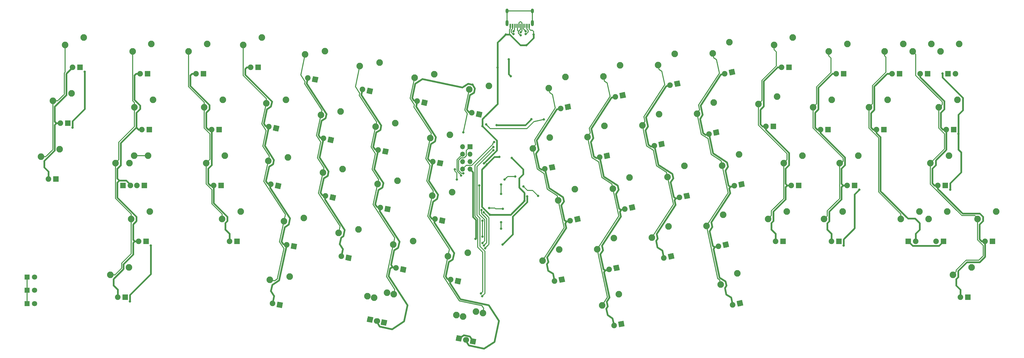
<source format=gbr>
G04 #@! TF.GenerationSoftware,KiCad,Pcbnew,(5.1.4)-1*
G04 #@! TF.CreationDate,2020-08-25T23:17:58+08:00*
G04 #@! TF.ProjectId,Cordillera,436f7264-696c-46c6-9572-612e6b696361,rev?*
G04 #@! TF.SameCoordinates,Original*
G04 #@! TF.FileFunction,Copper,L1,Top*
G04 #@! TF.FilePolarity,Positive*
%FSLAX46Y46*%
G04 Gerber Fmt 4.6, Leading zero omitted, Abs format (unit mm)*
G04 Created by KiCad (PCBNEW (5.1.4)-1) date 2020-08-25 23:17:58*
%MOMM*%
%LPD*%
G04 APERTURE LIST*
%ADD10O,1.700000X1.700000*%
%ADD11R,1.700000X1.700000*%
%ADD12C,1.800000*%
%ADD13R,1.800000X1.800000*%
%ADD14C,1.905000*%
%ADD15C,0.100000*%
%ADD16C,2.250000*%
%ADD17R,1.905000X1.905000*%
%ADD18R,0.600000X1.450000*%
%ADD19R,0.300000X1.450000*%
%ADD20O,1.000000X2.100000*%
%ADD21O,1.000000X1.600000*%
%ADD22C,0.800000*%
%ADD23C,0.600000*%
%ADD24C,0.300000*%
G04 APERTURE END LIST*
D10*
X139877591Y-39796639D03*
X142417591Y-39796639D03*
X139877591Y-37256639D03*
X142417591Y-37256639D03*
X139877591Y-34716639D03*
X142417591Y-34716639D03*
X139877591Y-32176639D03*
D11*
X142417591Y-32176639D03*
D12*
X-6010003Y-76620000D03*
D13*
X-8550003Y-76620000D03*
D14*
X213068439Y-10644942D03*
D15*
G36*
X212334789Y-11774663D02*
G01*
X211938718Y-9911292D01*
X213802089Y-9515221D01*
X214198160Y-11378592D01*
X212334789Y-11774663D01*
X212334789Y-11774663D01*
G37*
D14*
X210583944Y-11173038D03*
D16*
X206515162Y-4247649D03*
X212198304Y-442914D03*
D17*
X56930000Y-26270000D03*
D14*
X54390000Y-26270000D03*
D16*
X51850000Y-18650000D03*
X58200000Y-16110000D03*
D17*
X305360000Y-7220000D03*
D14*
X307900000Y-7220000D03*
D16*
X302820000Y400000D03*
X309170000Y2940000D03*
D14*
X89626056Y-9193038D03*
D15*
G36*
X88496335Y-9926688D02*
G01*
X88892406Y-8063317D01*
X90755777Y-8459388D01*
X90359706Y-10322759D01*
X88496335Y-9926688D01*
X88496335Y-9926688D01*
G37*
D14*
X87141561Y-8664942D03*
D16*
X86241353Y-683362D03*
X92980686Y480894D03*
D12*
X-6010006Y-85620000D03*
D13*
X-8550006Y-85620000D03*
D12*
X-6010005Y-81120000D03*
D13*
X-8550005Y-81120000D03*
D17*
X307310000Y-26270000D03*
D14*
X304770000Y-26270000D03*
D16*
X302230000Y-18650000D03*
X308580000Y-16110000D03*
D17*
X312070000Y-83470000D03*
D14*
X309530000Y-83470000D03*
D16*
X306990000Y-75850000D03*
X313340000Y-73310000D03*
D14*
X234408439Y-85544942D03*
D15*
G36*
X233674789Y-86674663D02*
G01*
X233278718Y-84811292D01*
X235142089Y-84415221D01*
X235538160Y-86278592D01*
X233674789Y-86674663D01*
X233674789Y-86674663D01*
G37*
D14*
X231923944Y-86073038D03*
D16*
X227855162Y-79147649D03*
X233538304Y-75342914D03*
D14*
X113116056Y-92093038D03*
D15*
G36*
X111986335Y-92826688D02*
G01*
X112382406Y-90963317D01*
X114245777Y-91359388D01*
X113849706Y-93222759D01*
X111986335Y-92826688D01*
X111986335Y-92826688D01*
G37*
D14*
X110631561Y-91564942D03*
D16*
X109731353Y-83583362D03*
X116470686Y-82419106D03*
D14*
X108341561Y-91074942D03*
D15*
G36*
X107211840Y-91808592D02*
G01*
X107607911Y-89945221D01*
X109471282Y-90341292D01*
X109075211Y-92204663D01*
X107211840Y-91808592D01*
X107211840Y-91808592D01*
G37*
D14*
X110826056Y-91603038D03*
D16*
X107441353Y-83093362D03*
X114180686Y-81929106D03*
D14*
X138641561Y-97514942D03*
D15*
G36*
X137511840Y-98248592D02*
G01*
X137907911Y-96385221D01*
X139771282Y-96781292D01*
X139375211Y-98644663D01*
X137511840Y-98248592D01*
X137511840Y-98248592D01*
G37*
D14*
X141126056Y-98043038D03*
D16*
X137741353Y-89533362D03*
X144480686Y-88369106D03*
D14*
X193998439Y-92604942D03*
D15*
G36*
X193264789Y-93734663D02*
G01*
X192868718Y-91871292D01*
X194732089Y-91475221D01*
X195128160Y-93338592D01*
X193264789Y-93734663D01*
X193264789Y-93734663D01*
G37*
D14*
X191513944Y-93133038D03*
D16*
X187445162Y-86207649D03*
X193128304Y-82402914D03*
D14*
X77586056Y-86073038D03*
D15*
G36*
X76456335Y-86806688D02*
G01*
X76852406Y-84943317D01*
X78715777Y-85339388D01*
X78319706Y-87202759D01*
X76456335Y-86806688D01*
X76456335Y-86806688D01*
G37*
D14*
X75101561Y-85544942D03*
D16*
X74201353Y-77563362D03*
X80940686Y-76399106D03*
D17*
X291780000Y-64370000D03*
D14*
X294320000Y-64370000D03*
D16*
X289240000Y-56750000D03*
X295590000Y-54210000D03*
D17*
X303840000Y-64370000D03*
D14*
X301300000Y-64370000D03*
D16*
X298760000Y-56750000D03*
X305110000Y-54210000D03*
D17*
X304430000Y-45320000D03*
D14*
X301890000Y-45320000D03*
D16*
X299350000Y-37700000D03*
X305700000Y-35160000D03*
D17*
X24130000Y-45320000D03*
D14*
X26670000Y-45320000D03*
D16*
X21590000Y-37700000D03*
X27940000Y-35160000D03*
D17*
X24890000Y-83420000D03*
D14*
X22350000Y-83420000D03*
D16*
X19810000Y-75800000D03*
X26160000Y-73260000D03*
D17*
X298380000Y-7220000D03*
D14*
X295840000Y-7220000D03*
D16*
X293300000Y400000D03*
X299650000Y2940000D03*
D14*
X143436056Y-98533038D03*
D15*
G36*
X142306335Y-99266688D02*
G01*
X142702406Y-97403317D01*
X144565777Y-97799388D01*
X144169706Y-99662759D01*
X142306335Y-99266688D01*
X142306335Y-99266688D01*
G37*
D14*
X140951561Y-98004942D03*
D16*
X140051353Y-90023362D03*
X146790686Y-88859106D03*
D17*
X31430000Y-45320000D03*
D14*
X28890000Y-45320000D03*
D16*
X26350000Y-37700000D03*
X32700000Y-35160000D03*
D17*
X33120000Y-26270000D03*
D14*
X30580000Y-26270000D03*
D16*
X28040000Y-18650000D03*
X34390000Y-16110000D03*
D17*
X32030000Y-64370000D03*
D14*
X29490000Y-64370000D03*
D16*
X26950000Y-56750000D03*
X33300000Y-54210000D03*
D18*
X156144998Y9085002D03*
X162594998Y9085002D03*
X156919998Y9085002D03*
X161819998Y9085002D03*
D19*
X161119998Y9085002D03*
X157619998Y9085002D03*
X160619998Y9085002D03*
X158119998Y9085002D03*
X160119998Y9085002D03*
X158619998Y9085002D03*
X159119998Y9085002D03*
X159619998Y9085002D03*
D20*
X163689998Y10000002D03*
X155049998Y10000002D03*
D21*
X163689998Y14180002D03*
X155049998Y14180002D03*
D17*
X320510000Y-64370000D03*
D14*
X317970000Y-64370000D03*
D16*
X315430000Y-56750000D03*
X321780000Y-54210000D03*
D17*
X283490000Y-26270000D03*
D14*
X280950000Y-26270000D03*
D16*
X278410000Y-18650000D03*
X284760000Y-16110000D03*
D17*
X288850000Y-7220000D03*
D14*
X286310000Y-7220000D03*
D16*
X283770000Y400000D03*
X290120000Y2940000D03*
D17*
X268120000Y-64370000D03*
D14*
X265580000Y-64370000D03*
D16*
X263040000Y-56750000D03*
X269390000Y-54210000D03*
D17*
X273480000Y-45320000D03*
D14*
X270940000Y-45320000D03*
D16*
X268400000Y-37700000D03*
X274750000Y-35160000D03*
D17*
X264440000Y-26270000D03*
D14*
X261900000Y-26270000D03*
D16*
X259360000Y-18650000D03*
X265710000Y-16110000D03*
D17*
X269800000Y-7220000D03*
D14*
X267260000Y-7220000D03*
D16*
X264720000Y400000D03*
X271070000Y2940000D03*
D17*
X249070000Y-64370000D03*
D14*
X246530000Y-64370000D03*
D16*
X243990000Y-56750000D03*
X250340000Y-54210000D03*
D17*
X254430000Y-45320000D03*
D14*
X251890000Y-45320000D03*
D16*
X249350000Y-37700000D03*
X255700000Y-35160000D03*
D17*
X245810000Y-25210000D03*
D14*
X243270000Y-25210000D03*
D16*
X240730000Y-17590000D03*
X247080000Y-15050000D03*
D17*
X251170000Y-5080000D03*
D14*
X248630000Y-5080000D03*
D16*
X246090000Y2540000D03*
X252440000Y5080000D03*
D14*
X229598439Y-65554942D03*
D15*
G36*
X228864789Y-66684663D02*
G01*
X228468718Y-64821292D01*
X230332089Y-64425221D01*
X230728160Y-66288592D01*
X228864789Y-66684663D01*
X228864789Y-66684663D01*
G37*
D14*
X227113944Y-66083038D03*
D16*
X223045162Y-59157649D03*
X228728304Y-55352914D03*
D14*
X234958439Y-44944942D03*
D15*
G36*
X234224789Y-46074663D02*
G01*
X233828718Y-44211292D01*
X235692089Y-43815221D01*
X236088160Y-45678592D01*
X234224789Y-46074663D01*
X234224789Y-46074663D01*
G37*
D14*
X232473944Y-45473038D03*
D16*
X228405162Y-38547649D03*
X234088304Y-34742914D03*
D14*
X226338439Y-27294942D03*
D15*
G36*
X225604789Y-28424663D02*
G01*
X225208718Y-26561292D01*
X227072089Y-26165221D01*
X227468160Y-28028592D01*
X225604789Y-28424663D01*
X225604789Y-28424663D01*
G37*
D14*
X223853944Y-27823038D03*
D16*
X219785162Y-20897649D03*
X225468304Y-17092914D03*
D14*
X231698439Y-6684942D03*
D15*
G36*
X230964789Y-7814663D02*
G01*
X230568718Y-5951292D01*
X232432089Y-5555221D01*
X232828160Y-7418592D01*
X230964789Y-7814663D01*
X230964789Y-7814663D01*
G37*
D14*
X229213944Y-7213038D03*
D16*
X225145162Y-287649D03*
X230828304Y3517086D03*
D14*
X210968439Y-69514942D03*
D15*
G36*
X210234789Y-70644663D02*
G01*
X209838718Y-68781292D01*
X211702089Y-68385221D01*
X212098160Y-70248592D01*
X210234789Y-70644663D01*
X210234789Y-70644663D01*
G37*
D14*
X208483944Y-70043038D03*
D16*
X204415162Y-63117649D03*
X210098304Y-59312914D03*
D14*
X216328439Y-48904942D03*
D15*
G36*
X215594789Y-50034663D02*
G01*
X215198718Y-48171292D01*
X217062089Y-47775221D01*
X217458160Y-49638592D01*
X215594789Y-50034663D01*
X215594789Y-50034663D01*
G37*
D14*
X213843944Y-49433038D03*
D16*
X209775162Y-42507649D03*
X215458304Y-38702914D03*
D14*
X207708439Y-31254942D03*
D15*
G36*
X206974789Y-32384663D02*
G01*
X206578718Y-30521292D01*
X208442089Y-30125221D01*
X208838160Y-31988592D01*
X206974789Y-32384663D01*
X206974789Y-32384663D01*
G37*
D14*
X205223944Y-31783038D03*
D16*
X201155162Y-24857649D03*
X206838304Y-21052914D03*
D14*
X192328439Y-73474942D03*
D15*
G36*
X191594789Y-74604663D02*
G01*
X191198718Y-72741292D01*
X193062089Y-72345221D01*
X193458160Y-74208592D01*
X191594789Y-74604663D01*
X191594789Y-74604663D01*
G37*
D14*
X189843944Y-74003038D03*
D16*
X185775162Y-67077649D03*
X191458304Y-63272914D03*
D14*
X197688439Y-52864942D03*
D15*
G36*
X196954789Y-53994663D02*
G01*
X196558718Y-52131292D01*
X198422089Y-51735221D01*
X198818160Y-53598592D01*
X196954789Y-53994663D01*
X196954789Y-53994663D01*
G37*
D14*
X195203944Y-53393038D03*
D16*
X191135162Y-46467649D03*
X196818304Y-42662914D03*
D14*
X189068439Y-35214942D03*
D15*
G36*
X188334789Y-36344663D02*
G01*
X187938718Y-34481292D01*
X189802089Y-34085221D01*
X190198160Y-35948592D01*
X188334789Y-36344663D01*
X188334789Y-36344663D01*
G37*
D14*
X186583944Y-35743038D03*
D16*
X182515162Y-28817649D03*
X188198304Y-25012914D03*
D14*
X194428439Y-14604942D03*
D15*
G36*
X193694789Y-15734663D02*
G01*
X193298718Y-13871292D01*
X195162089Y-13475221D01*
X195558160Y-15338592D01*
X193694789Y-15734663D01*
X193694789Y-15734663D01*
G37*
D14*
X191943944Y-15133038D03*
D16*
X187875162Y-8207649D03*
X193558304Y-4402914D03*
D14*
X173698439Y-77434942D03*
D15*
G36*
X172964789Y-78564663D02*
G01*
X172568718Y-76701292D01*
X174432089Y-76305221D01*
X174828160Y-78168592D01*
X172964789Y-78564663D01*
X172964789Y-78564663D01*
G37*
D14*
X171213944Y-77963038D03*
D16*
X167145162Y-71037649D03*
X172828304Y-67232914D03*
D14*
X179058439Y-56824942D03*
D15*
G36*
X178324789Y-57954663D02*
G01*
X177928718Y-56091292D01*
X179792089Y-55695221D01*
X180188160Y-57558592D01*
X178324789Y-57954663D01*
X178324789Y-57954663D01*
G37*
D14*
X176573944Y-57353038D03*
D16*
X172505162Y-50427649D03*
X178188304Y-46622914D03*
D14*
X170438439Y-39174942D03*
D15*
G36*
X169704789Y-40304663D02*
G01*
X169308718Y-38441292D01*
X171172089Y-38045221D01*
X171568160Y-39908592D01*
X169704789Y-40304663D01*
X169704789Y-40304663D01*
G37*
D14*
X167953944Y-39703038D03*
D16*
X163885162Y-32777649D03*
X169568304Y-28972914D03*
D14*
X175798439Y-18564942D03*
D15*
G36*
X175064789Y-19694663D02*
G01*
X174668718Y-17831292D01*
X176532089Y-17435221D01*
X176928160Y-19298592D01*
X175064789Y-19694663D01*
X175064789Y-19694663D01*
G37*
D14*
X173313944Y-19093038D03*
D16*
X169245162Y-12167649D03*
X174928304Y-8362914D03*
D14*
X145526056Y-21073038D03*
D15*
G36*
X144396335Y-21806688D02*
G01*
X144792406Y-19943317D01*
X146655777Y-20339388D01*
X146259706Y-22202759D01*
X144396335Y-21806688D01*
X144396335Y-21806688D01*
G37*
D14*
X143041561Y-20544942D03*
D16*
X142141353Y-12563362D03*
X148880686Y-11399106D03*
D14*
X138296056Y-77963038D03*
D15*
G36*
X137166335Y-78696688D02*
G01*
X137562406Y-76833317D01*
X139425777Y-77229388D01*
X139029706Y-79092759D01*
X137166335Y-78696688D01*
X137166335Y-78696688D01*
G37*
D14*
X135811561Y-77434942D03*
D16*
X134911353Y-69453362D03*
X141650686Y-68289106D03*
D14*
X132946056Y-57353038D03*
D15*
G36*
X131816335Y-58086688D02*
G01*
X132212406Y-56223317D01*
X134075777Y-56619388D01*
X133679706Y-58482759D01*
X131816335Y-58086688D01*
X131816335Y-58086688D01*
G37*
D14*
X130461561Y-56824942D03*
D16*
X129561353Y-48843362D03*
X136300686Y-47679106D03*
D14*
X132246056Y-37723038D03*
D15*
G36*
X131116335Y-38456688D02*
G01*
X131512406Y-36593317D01*
X133375777Y-36989388D01*
X132979706Y-38852759D01*
X131116335Y-38456688D01*
X131116335Y-38456688D01*
G37*
D14*
X129761561Y-37194942D03*
D16*
X128861353Y-29213362D03*
X135600686Y-28049106D03*
D14*
X126896056Y-17113038D03*
D15*
G36*
X125766335Y-17846688D02*
G01*
X126162406Y-15983317D01*
X128025777Y-16379388D01*
X127629706Y-18242759D01*
X125766335Y-17846688D01*
X125766335Y-17846688D01*
G37*
D14*
X124411561Y-16584942D03*
D16*
X123511353Y-8603362D03*
X130250686Y-7439106D03*
D14*
X119666056Y-74003038D03*
D15*
G36*
X118536335Y-74736688D02*
G01*
X118932406Y-72873317D01*
X120795777Y-73269388D01*
X120399706Y-75132759D01*
X118536335Y-74736688D01*
X118536335Y-74736688D01*
G37*
D14*
X117181561Y-73474942D03*
D16*
X116281353Y-65493362D03*
X123020686Y-64329106D03*
D14*
X114316056Y-53393038D03*
D15*
G36*
X113186335Y-54126688D02*
G01*
X113582406Y-52263317D01*
X115445777Y-52659388D01*
X115049706Y-54522759D01*
X113186335Y-54126688D01*
X113186335Y-54126688D01*
G37*
D14*
X111831561Y-52864942D03*
D16*
X110931353Y-44883362D03*
X117670686Y-43719106D03*
D14*
X113616056Y-33763038D03*
D15*
G36*
X112486335Y-34496688D02*
G01*
X112882406Y-32633317D01*
X114745777Y-33029388D01*
X114349706Y-34892759D01*
X112486335Y-34496688D01*
X112486335Y-34496688D01*
G37*
D14*
X111131561Y-33234942D03*
D16*
X110231353Y-25253362D03*
X116970686Y-24089106D03*
D14*
X108256056Y-13153038D03*
D15*
G36*
X107126335Y-13886688D02*
G01*
X107522406Y-12023317D01*
X109385777Y-12419388D01*
X108989706Y-14282759D01*
X107126335Y-13886688D01*
X107126335Y-13886688D01*
G37*
D14*
X105771561Y-12624942D03*
D16*
X104871353Y-4643362D03*
X111610686Y-3479106D03*
D14*
X101026056Y-70043038D03*
D15*
G36*
X99896335Y-70776688D02*
G01*
X100292406Y-68913317D01*
X102155777Y-69309388D01*
X101759706Y-71172759D01*
X99896335Y-70776688D01*
X99896335Y-70776688D01*
G37*
D14*
X98541561Y-69514942D03*
D16*
X97641353Y-61533362D03*
X104380686Y-60369106D03*
D14*
X95676056Y-49433038D03*
D15*
G36*
X94546335Y-50166688D02*
G01*
X94942406Y-48303317D01*
X96805777Y-48699388D01*
X96409706Y-50562759D01*
X94546335Y-50166688D01*
X94546335Y-50166688D01*
G37*
D14*
X93191561Y-48904942D03*
D16*
X92291353Y-40923362D03*
X99030686Y-39759106D03*
D14*
X94976056Y-29803038D03*
D15*
G36*
X93846335Y-30536688D02*
G01*
X94242406Y-28673317D01*
X96105777Y-29069388D01*
X95709706Y-30932759D01*
X93846335Y-30536688D01*
X93846335Y-30536688D01*
G37*
D14*
X92491561Y-29274942D03*
D16*
X91591353Y-21293362D03*
X98330686Y-20129106D03*
D14*
X82396056Y-66083038D03*
D15*
G36*
X81266335Y-66816688D02*
G01*
X81662406Y-64953317D01*
X83525777Y-65349388D01*
X83129706Y-67212759D01*
X81266335Y-66816688D01*
X81266335Y-66816688D01*
G37*
D14*
X79911561Y-65554942D03*
D16*
X79011353Y-57573362D03*
X85750686Y-56409106D03*
D14*
X77046056Y-45473038D03*
D15*
G36*
X75916335Y-46206688D02*
G01*
X76312406Y-44343317D01*
X78175777Y-44739388D01*
X77779706Y-46602759D01*
X75916335Y-46206688D01*
X75916335Y-46206688D01*
G37*
D14*
X74561561Y-44944942D03*
D16*
X73661353Y-36963362D03*
X80400686Y-35799106D03*
D14*
X76346056Y-25843038D03*
D15*
G36*
X75216335Y-26576688D02*
G01*
X75612406Y-24713317D01*
X77475777Y-25109388D01*
X77079706Y-26972759D01*
X75216335Y-26576688D01*
X75216335Y-26576688D01*
G37*
D14*
X73861561Y-25314942D03*
D16*
X72961353Y-17333362D03*
X79700686Y-16169106D03*
D17*
X70210000Y-5080000D03*
D14*
X67670000Y-5080000D03*
D16*
X65130000Y2540000D03*
X71480000Y5080000D03*
D17*
X62980000Y-64370000D03*
D14*
X60440000Y-64370000D03*
D16*
X57900000Y-56750000D03*
X64250000Y-54210000D03*
D17*
X57630000Y-45320000D03*
D14*
X55090000Y-45320000D03*
D16*
X52550000Y-37700000D03*
X58900000Y-35160000D03*
D17*
X51570000Y-7220000D03*
D14*
X49030000Y-7220000D03*
D16*
X46490000Y400000D03*
X52840000Y2940000D03*
D17*
X32520000Y-7220000D03*
D14*
X29980000Y-7220000D03*
D16*
X27440000Y400000D03*
X33790000Y2940000D03*
D17*
X1270000Y-43180000D03*
D14*
X-1270000Y-43180000D03*
D16*
X-3810000Y-35560000D03*
X2540000Y-33020000D03*
D17*
X5340000Y-24130000D03*
D14*
X2800000Y-24130000D03*
D16*
X260000Y-16510000D03*
X6610000Y-13970000D03*
D17*
X9500000Y-5080000D03*
D14*
X6960000Y-5080000D03*
D16*
X4420000Y2540000D03*
X10770000Y5080000D03*
D22*
X160999998Y-50639999D03*
X156659994Y-35940000D03*
X149179995Y-55365000D03*
X148218127Y-38164852D03*
X152417498Y-35616546D03*
X150657091Y-30550402D03*
X152979996Y-44999999D03*
X152979997Y-48229999D03*
X154609994Y6142500D03*
X161649998Y2502500D03*
X164126244Y6143750D03*
X151847498Y-5159997D03*
X147210093Y-37792889D03*
X146670090Y-25152889D03*
X161930000Y-49072501D03*
X153490090Y-65542889D03*
X144328662Y-63595568D03*
X155657498Y-2299999D03*
X156317494Y-8120497D03*
X143249444Y-10960886D03*
X160659663Y-45729665D03*
X165615732Y-48898074D03*
X153047591Y-57866639D03*
X153047591Y-60106639D03*
X157209994Y6260001D03*
X161429971Y6264511D03*
X157214998Y7255000D03*
X159722223Y5867773D03*
X159720647Y6913427D03*
X140112749Y-41217817D03*
X139377591Y-41936639D03*
X137922820Y-43281552D03*
X137266583Y-39866639D03*
X308924992Y-27764998D03*
X306064990Y-46814999D03*
X275084991Y-46814999D03*
X269734995Y-65865000D03*
X33639993Y-65860001D03*
X26499992Y-84919999D03*
X11079996Y-6580001D03*
X6949997Y-25620002D03*
X163365978Y-22731030D03*
X303469996Y-7140000D03*
X151507495Y-24810001D03*
X167590357Y-22860360D03*
X154239996Y-43330000D03*
X157851380Y-42281387D03*
X147911383Y-24531599D03*
X161434998Y7255000D03*
X140149660Y-27217792D03*
X146645754Y-64998476D03*
X145579498Y-45326639D03*
X147143015Y-65861215D03*
X146319998Y-53776639D03*
X147603093Y-66741137D03*
X147060498Y-54506639D03*
X150357591Y-33366639D03*
X146598607Y-83105623D03*
X150348045Y-32256639D03*
X146142554Y-82181602D03*
X148917591Y-53036639D03*
X146646947Y-62815995D03*
X146663464Y-57346937D03*
X153617591Y-53276639D03*
D23*
X160999998Y-50639999D02*
X160999993Y-47860000D01*
X156659994Y-35940000D02*
X160539996Y-39820000D01*
X160539996Y-39820000D02*
X160539998Y-41560000D01*
X159189994Y-42910000D02*
X159189995Y-46050001D01*
X160539998Y-41560000D02*
X159189994Y-42910000D01*
X159189995Y-46050001D02*
X160999993Y-47860000D01*
X146469998Y-52655002D02*
X149179995Y-55365000D01*
X146469997Y-39912983D02*
X148218127Y-38164852D01*
X146469998Y-41882794D02*
X146469997Y-39912983D01*
X146469998Y-41882794D02*
X146469998Y-52655002D01*
X148218127Y-38164852D02*
X150766340Y-35616639D01*
X152417405Y-35616639D02*
X152417498Y-35616546D01*
X150766340Y-35616639D02*
X152417405Y-35616639D01*
D24*
X141157591Y-38516639D02*
X139877591Y-39796639D01*
X143037591Y-38516639D02*
X141157591Y-38516639D01*
X150257092Y-31297138D02*
X149657591Y-31896639D01*
X150657091Y-30550402D02*
X150257092Y-30950401D01*
X149657591Y-31896639D02*
X143037591Y-38516639D01*
X150257092Y-30950401D02*
X150257092Y-31297138D01*
D23*
X156274997Y-55365000D02*
X160999998Y-50639999D01*
X149179995Y-55365000D02*
X156274997Y-55365000D01*
D24*
X152979996Y-44999999D02*
X152979997Y-48229999D01*
D23*
X154609994Y6142500D02*
X155859994Y6142501D01*
D24*
X155859995Y7775003D02*
X155859994Y6142501D01*
X156144994Y8060000D02*
X155859995Y7775003D01*
X156144994Y9085002D02*
X156144994Y8060000D01*
D23*
X156009552Y6142500D02*
X155859994Y6142501D01*
X159649554Y2502502D02*
X156009552Y6142500D01*
X161649998Y2502500D02*
X159649554Y2502502D01*
D24*
X164126248Y6709435D02*
X164126244Y6143750D01*
X164126244Y7128751D02*
X164126248Y6709435D01*
X163061244Y7593750D02*
X163661248Y7593750D01*
X162594998Y8060000D02*
X163061244Y7593750D01*
X162594996Y9085000D02*
X162594998Y8060000D01*
X163661248Y7593750D02*
X164126244Y7128751D01*
D23*
X164126246Y4978750D02*
X161649998Y2502500D01*
X164126244Y6143750D02*
X164126246Y4978750D01*
X151847494Y3380001D02*
X152207494Y3740001D01*
X151847498Y-5159997D02*
X151847494Y3380001D01*
X154609994Y6142500D02*
X152207494Y3740001D01*
X151847498Y-5159997D02*
X151847497Y-17555483D01*
X146670090Y-22732889D02*
X147295092Y-22107890D01*
X146670090Y-25152889D02*
X146670090Y-22732889D01*
X151847497Y-17555483D02*
X147295092Y-22107890D01*
X161930000Y-49072501D02*
X161930000Y-51042982D01*
X161930000Y-51042982D02*
X157000090Y-55972889D01*
X157000090Y-55972889D02*
X157000090Y-62032889D01*
X157000090Y-62032889D02*
X153490090Y-65542889D01*
D24*
X-8550002Y-81120001D02*
X-8550005Y-81120001D01*
X-8550003Y-77820001D02*
X-8550003Y-82053954D01*
X-8550003Y-76620000D02*
X-8550003Y-77820001D01*
X-8550006Y-85620000D02*
X-8550003Y-82053954D01*
X-8550003Y-82053954D02*
X-8550002Y-81120001D01*
D23*
X147210093Y-37792889D02*
X151547591Y-33455391D01*
X151547591Y-30030390D02*
X146670090Y-25152889D01*
X151547591Y-33455391D02*
X151547591Y-30030390D01*
X143447081Y-40826129D02*
X142417591Y-39796639D01*
X143447081Y-56131946D02*
X143447081Y-40826129D01*
X144447081Y-57131945D02*
X143447081Y-56131946D01*
X144447081Y-63477149D02*
X144447081Y-57131945D01*
X144328662Y-63595568D02*
X144447081Y-63477149D01*
D24*
X155049998Y14180000D02*
X155049998Y10000000D01*
X155849998Y14180000D02*
X163689994Y14180000D01*
X155049998Y14180000D02*
X155849998Y14180000D01*
X163689994Y14180000D02*
X163689997Y10000001D01*
D23*
X1452955Y-24130000D02*
X900502Y-23577545D01*
X2799993Y-24130000D02*
X1452955Y-24130000D01*
X900502Y-23577545D02*
X900503Y-18429489D01*
X900503Y-18429489D02*
X4809995Y-14520000D01*
X4809993Y-7229999D02*
X6959994Y-5080001D01*
X4809995Y-14520000D02*
X4809993Y-7229999D01*
X-1270008Y-43179999D02*
X-1270004Y-40609998D01*
X-1270004Y-40609998D02*
X-2670005Y-39210000D01*
X-2670005Y-39210000D02*
X-2670007Y-36989999D01*
X900505Y-24682451D02*
X1452955Y-24130000D01*
X900508Y-33419492D02*
X900505Y-24682451D01*
X-2670007Y-36989999D02*
X900508Y-33419492D01*
X28142951Y-64370000D02*
X27590500Y-64922451D01*
X29489989Y-64370000D02*
X28142951Y-64370000D01*
X27590500Y-64922451D02*
X27590504Y-68925306D01*
X20949998Y-77229998D02*
X20949999Y-79449998D01*
X22349994Y-80849997D02*
X22349992Y-83420000D01*
X20949999Y-79449998D02*
X22349994Y-80849997D01*
X20949998Y-77229998D02*
X24359998Y-73820001D01*
X24359995Y-72155815D02*
X27590504Y-68925306D01*
X24359998Y-73820001D02*
X24359995Y-72155815D01*
X28680501Y-20559488D02*
X29979996Y-19259998D01*
X28680504Y-25554693D02*
X28680501Y-20559488D01*
X29395811Y-26270000D02*
X28680504Y-25554693D01*
X30579992Y-26270001D02*
X29395811Y-26270000D01*
X28142951Y-64370000D02*
X27590504Y-63817548D01*
X27590506Y-58659493D02*
X28749996Y-57500000D01*
X28749996Y-57500000D02*
X28749994Y-55980001D01*
X27590504Y-63817548D02*
X27590506Y-58659493D01*
X28749994Y-55980001D02*
X22230503Y-49460509D01*
X22230504Y-39629487D02*
X23389995Y-38470000D01*
X23389996Y-30845199D02*
X28680504Y-25554693D01*
X23389995Y-38470000D02*
X23389996Y-30845199D01*
X22230510Y-44359491D02*
X22230504Y-44579491D01*
X22900000Y-43690000D02*
X22230510Y-44359491D01*
X22230503Y-49460509D02*
X22230504Y-44579491D01*
X22230510Y-43020509D02*
X22900000Y-43690000D01*
X22230504Y-39629487D02*
X22230510Y-43020509D01*
X25287896Y-43690000D02*
X22900000Y-43690000D01*
X26669992Y-45319998D02*
X26669992Y-45072099D01*
X26669992Y-45072099D02*
X25287896Y-43690000D01*
X53649995Y-17900000D02*
X53649995Y-19399997D01*
X54389994Y-26269999D02*
X54389991Y-38409999D01*
X53649995Y-19399997D02*
X52490502Y-20559492D01*
X52490502Y-20559492D02*
X52490508Y-25564692D01*
X54389994Y-26269999D02*
X53195815Y-26269998D01*
X53195815Y-26269998D02*
X52490508Y-25564692D01*
X54389991Y-38409999D02*
X53190502Y-39609491D01*
X53190502Y-39609491D02*
X53190507Y-44614692D01*
X55089993Y-45319999D02*
X53895810Y-45319996D01*
X53895810Y-45319996D02*
X53190507Y-44614692D01*
X55089993Y-45319999D02*
X55089993Y-51390001D01*
X55089993Y-51390001D02*
X59699994Y-56000000D01*
X59699994Y-56000000D02*
X59699992Y-57500001D01*
X59699992Y-57500001D02*
X59039993Y-58159998D01*
X59039993Y-58159998D02*
X59039993Y-60399998D01*
X60439998Y-61800001D02*
X60439993Y-64370002D01*
X59039993Y-60399998D02*
X60439998Y-61800001D01*
X73861558Y-25314941D02*
X72697659Y-25067547D01*
X72697659Y-25067547D02*
X72151107Y-24225928D01*
X72151107Y-24225928D02*
X73192072Y-19328573D01*
X73192072Y-19328573D02*
X74566369Y-18436095D01*
X74925597Y-16746061D02*
X74924744Y-16744751D01*
X74566369Y-18436095D02*
X74925597Y-16746061D01*
X73861558Y-25314941D02*
X72475676Y-31834994D01*
X72475676Y-31834994D02*
X75579127Y-36613885D01*
X75579127Y-36613885D02*
X75271413Y-38061545D01*
X79911556Y-65554942D02*
X77334033Y-77681231D01*
X77334033Y-77681231D02*
X75027217Y-79179292D01*
X75027217Y-79179292D02*
X74561496Y-81370345D01*
X75636900Y-83026327D02*
X75101553Y-85544941D01*
X74561496Y-81370345D02*
X75636900Y-83026327D01*
X74561558Y-44944940D02*
X73397162Y-44697441D01*
X73397162Y-44697441D02*
X72850998Y-43856430D01*
X73892383Y-38957098D02*
X75271413Y-38061545D01*
X72850998Y-43856430D02*
X73892383Y-38957098D01*
X87141558Y-8664942D02*
X86746316Y-10524410D01*
X86746316Y-10524410D02*
X93502170Y-20927512D01*
X93502170Y-20927512D02*
X93188219Y-22404515D01*
X92491557Y-29274937D02*
X91331422Y-29028349D01*
X91331422Y-29028349D02*
X90781905Y-28182165D01*
X91821299Y-23292204D02*
X93188219Y-22404515D01*
X90781905Y-28182165D02*
X91821299Y-23292204D01*
X92491557Y-29274937D02*
X91106478Y-35791229D01*
X91106478Y-35791229D02*
X94205133Y-40562744D01*
X94205133Y-40562744D02*
X93893270Y-42029965D01*
X93893270Y-42029965D02*
X92521612Y-42920725D01*
X92521612Y-42920725D02*
X91481800Y-47812666D01*
X93191555Y-48904942D02*
X92030928Y-48658242D01*
X92030928Y-48658242D02*
X91481800Y-47812666D01*
X92944857Y-50065573D02*
X93191555Y-48904942D01*
X99077295Y-66994482D02*
X97998075Y-65332621D01*
X98541560Y-69514942D02*
X99077295Y-66994482D01*
X97998075Y-65332621D02*
X98461712Y-63151354D01*
X98461712Y-63151354D02*
X99244516Y-62642997D01*
X74314059Y-46109336D02*
X74561558Y-44944940D01*
X79911556Y-65554942D02*
X78746321Y-65307263D01*
X78746321Y-65307263D02*
X78200822Y-64467268D01*
X78200822Y-64467268D02*
X79241442Y-59571553D01*
X79241442Y-59571553D02*
X80622666Y-58674577D01*
X110826050Y-91603038D02*
X110732648Y-92042460D01*
X110732648Y-92042460D02*
X111642681Y-93443791D01*
X111642681Y-93443791D02*
X115837872Y-94335507D01*
X116511495Y-67491279D02*
X117890084Y-66596012D01*
X116022039Y-73228478D02*
X115472035Y-72381555D01*
X115472035Y-72381555D02*
X116511495Y-67491279D01*
X117181557Y-73474940D02*
X116022039Y-73228478D01*
X81079203Y-56526744D02*
X74314059Y-46109336D01*
X80622666Y-58674577D02*
X81079203Y-56526744D01*
X99705207Y-60475599D02*
X92944857Y-50065573D01*
X99244516Y-62642997D02*
X99705207Y-60475599D01*
X111831556Y-52864939D02*
X110663092Y-52616579D01*
X110663092Y-52616579D02*
X110120135Y-51780502D01*
X110120135Y-51780502D02*
X111160366Y-46886602D01*
X111160366Y-46886602D02*
X112536761Y-45992762D01*
X112536761Y-45992762D02*
X112846546Y-44535322D01*
X109744809Y-39759066D02*
X112846546Y-44535322D01*
X111131557Y-33234940D02*
X109744809Y-39759066D01*
X105771553Y-12624939D02*
X105379196Y-14470865D01*
X105379196Y-14470865D02*
X112145659Y-24890309D01*
X112145659Y-24890309D02*
X111833793Y-26357530D01*
X111833793Y-26357530D02*
X110462136Y-27248297D01*
X110462136Y-27248297D02*
X109422320Y-32140221D01*
X111131557Y-33234940D02*
X109973372Y-32988760D01*
X109973372Y-32988760D02*
X109422320Y-32140221D01*
X111831556Y-52864939D02*
X111583190Y-54033410D01*
X118346621Y-64448180D02*
X117890084Y-66596012D01*
X111583190Y-54033410D02*
X118346621Y-64448180D01*
X124411554Y-16584941D02*
X124015447Y-18448480D01*
X124015447Y-18448480D02*
X130777296Y-28860808D01*
X130777296Y-28860808D02*
X130467502Y-30318248D01*
X135811554Y-77434941D02*
X134646017Y-77187199D01*
X134646017Y-77187199D02*
X134100755Y-76347571D01*
X134100755Y-76347571D02*
X135140727Y-71454908D01*
X135140727Y-71454908D02*
X136511940Y-70564430D01*
X130461559Y-56824942D02*
X129296855Y-56577378D01*
X129296855Y-56577378D02*
X128750936Y-55736736D01*
X128750936Y-55736736D02*
X129791671Y-50840449D01*
X129791671Y-50840449D02*
X131160689Y-49951401D01*
X131160689Y-49951401D02*
X131472556Y-48484178D01*
X128375610Y-43715301D02*
X129761559Y-37194941D01*
X131472556Y-48484178D02*
X128375610Y-43715301D01*
X129761559Y-37194941D02*
X128597356Y-36947482D01*
X128597356Y-36947482D02*
X128051040Y-36106237D01*
X129091357Y-31211925D02*
X130467502Y-30318248D01*
X128051040Y-36106237D02*
X129091357Y-31211925D01*
X141037580Y-98459259D02*
X141126055Y-98043036D01*
X141966239Y-99889263D02*
X141037580Y-98459259D01*
X147138596Y-100988682D02*
X141966239Y-99889263D01*
X135563816Y-78600479D02*
X139159532Y-84137397D01*
X135811554Y-77434941D02*
X135563816Y-78600479D01*
X150696778Y-98677972D02*
X147138596Y-100988682D01*
X152230788Y-91461001D02*
X148806400Y-86187900D01*
X150696778Y-98677972D02*
X152230788Y-91461001D01*
X139159532Y-84137397D02*
X148806400Y-86187900D01*
X130461559Y-56824942D02*
X130213991Y-57989643D01*
X136972634Y-68397036D02*
X136511940Y-70564430D01*
X130213991Y-57989643D02*
X136972634Y-68397036D01*
X301889992Y-45320001D02*
X301889992Y-46524184D01*
X301889992Y-46524184D02*
X310315808Y-54949998D01*
X310315808Y-54949998D02*
X316179992Y-54950001D01*
X316179992Y-54950001D02*
X317229993Y-56000001D01*
X317229993Y-56000001D02*
X317229997Y-57500001D01*
X317969995Y-64369999D02*
X316775811Y-64369998D01*
X316775811Y-64369998D02*
X316070506Y-63664697D01*
X316070507Y-58659490D02*
X317229997Y-57500001D01*
X316070506Y-63664697D02*
X316070507Y-58659490D01*
X300685805Y-45319999D02*
X301889992Y-45320001D01*
X304769996Y-33185817D02*
X301149996Y-36805817D01*
X304769992Y-26269998D02*
X304769996Y-33185817D01*
X301149996Y-36805817D02*
X301149989Y-38450003D01*
X301149989Y-38450003D02*
X299990501Y-39609487D01*
X299990501Y-39609487D02*
X299990507Y-44624697D01*
X299990507Y-44624697D02*
X300685805Y-45319999D01*
X286309991Y-7219999D02*
X284569995Y-7220003D01*
X284569995Y-7220003D02*
X280209997Y-11580001D01*
X280209991Y-19523087D02*
X279050502Y-20682575D01*
X280209997Y-11580001D02*
X280209991Y-19523087D01*
X280949996Y-26270000D02*
X279755808Y-26270000D01*
X279050502Y-25564695D02*
X279050502Y-20682575D01*
X279755808Y-26270000D02*
X279050502Y-25564695D01*
X280949996Y-26270000D02*
X280949997Y-27464186D01*
X291659992Y-56619999D02*
X294149992Y-56620000D01*
X294149992Y-56620000D02*
X295709995Y-58180002D01*
X295709995Y-58180002D02*
X295709991Y-60409998D01*
X294319993Y-61799998D02*
X294319991Y-64369998D01*
X295709991Y-60409998D02*
X294319993Y-61799998D01*
X317969995Y-64369999D02*
X317969992Y-69670000D01*
X317969992Y-69670000D02*
X316129992Y-71510001D01*
X316129992Y-71510001D02*
X311789993Y-71509998D01*
X311789993Y-71509998D02*
X308789994Y-74510000D01*
X308789994Y-74510000D02*
X308789991Y-76599999D01*
X308789991Y-76599999D02*
X308129991Y-77259998D01*
X308129991Y-77259998D02*
X308129992Y-79500001D01*
X309529993Y-80900003D02*
X309529998Y-83470000D01*
X308129992Y-79500001D02*
X309529993Y-80900003D01*
X282340501Y-28854696D02*
X282340504Y-47300511D01*
X280949997Y-27464186D02*
X282340501Y-28854696D01*
X282340504Y-47300511D02*
X291659992Y-56619999D01*
X260715809Y-26269999D02*
X260000503Y-25554696D01*
X260000503Y-20559489D02*
X261159991Y-19399999D01*
X260000503Y-25554696D02*
X260000503Y-20559489D01*
X261899992Y-26269997D02*
X260715809Y-26269999D01*
X270199991Y-38449999D02*
X269040507Y-39609487D01*
X269040505Y-44767548D02*
X269040507Y-39609487D01*
X269592961Y-45319999D02*
X269040505Y-44767548D01*
X270939999Y-45320000D02*
X269592961Y-45319999D01*
X265579991Y-64369997D02*
X265579993Y-61800001D01*
X265579993Y-61800001D02*
X264179992Y-60399998D01*
X264179992Y-60399998D02*
X264179996Y-58180001D01*
X264179996Y-58180001D02*
X264839992Y-57520001D01*
X264839992Y-57520001D02*
X264839992Y-54264824D01*
X264839992Y-54264824D02*
X269040506Y-50064312D01*
X269040506Y-45872452D02*
X269592961Y-45319999D01*
X269040506Y-50064312D02*
X269040506Y-45872452D01*
X304769992Y-26269998D02*
X303585809Y-26269999D01*
X303585809Y-26269999D02*
X302870507Y-25554695D01*
X302870507Y-25554695D02*
X302870501Y-20559491D01*
X302870501Y-20559491D02*
X304029992Y-19400001D01*
X295839998Y-7220000D02*
X295839995Y-8404187D01*
X304029991Y-16594185D02*
X304029992Y-19400001D01*
X295839995Y-8404187D02*
X304029991Y-16594185D01*
X66322954Y-5079997D02*
X65770502Y-5632450D01*
X67669996Y-5080001D02*
X66322954Y-5079997D01*
X65770504Y-7590510D02*
X74924744Y-16744751D01*
X65770502Y-5632450D02*
X65770504Y-7590510D01*
X47682957Y-7220001D02*
X47130503Y-7772451D01*
X49029993Y-7220000D02*
X47682957Y-7220001D01*
X47130502Y-11380503D02*
X53649995Y-17900000D01*
X47130503Y-7772451D02*
X47130502Y-11380503D01*
X28632956Y-7219999D02*
X28080506Y-7772451D01*
X29979994Y-7219999D02*
X28632956Y-7219999D01*
X28080506Y-7772451D02*
X28080503Y-16150514D01*
X29979995Y-18050004D02*
X29979996Y-19259998D01*
X28080503Y-16150514D02*
X29979995Y-18050004D01*
X249990503Y-39609491D02*
X251149996Y-38450001D01*
X249990506Y-44767550D02*
X249990503Y-39609491D01*
X250542953Y-45320000D02*
X249990506Y-44767550D01*
X251889991Y-45319999D02*
X250542953Y-45320000D01*
X246529996Y-64370001D02*
X246529994Y-61800002D01*
X246529994Y-61800002D02*
X245129996Y-60400001D01*
X245129996Y-60400001D02*
X245129996Y-58160001D01*
X245129996Y-58160001D02*
X245789993Y-57500001D01*
X245789993Y-57500001D02*
X245789995Y-54264825D01*
X245789995Y-54264825D02*
X249990506Y-50064318D01*
X249990502Y-45872454D02*
X250542953Y-45320000D01*
X249990506Y-50064318D02*
X249990502Y-45872454D01*
X261899992Y-26269997D02*
X261899994Y-27454188D01*
X270199997Y-35754185D02*
X270199991Y-38449999D01*
X261899994Y-27454188D02*
X270199997Y-35754185D01*
X243269997Y-25210001D02*
X243269999Y-26394187D01*
X251149988Y-34274185D02*
X251149996Y-38450001D01*
X243269999Y-26394187D02*
X251149988Y-34274185D01*
X261159991Y-11972962D02*
X261159991Y-19399999D01*
X265912959Y-7219998D02*
X261159991Y-11972962D01*
X267259993Y-7219999D02*
X265912959Y-7219998D01*
X242085807Y-25210000D02*
X243269997Y-25210001D01*
X247282953Y-5079999D02*
X242529991Y-9832961D01*
X248629991Y-5079999D02*
X247282953Y-5079999D01*
X242529991Y-9832961D02*
X242529991Y-18340000D01*
X242529991Y-18340000D02*
X241370504Y-19499489D01*
X241370504Y-19499489D02*
X241370504Y-24494697D01*
X241370504Y-24494697D02*
X242085807Y-25210000D01*
X169014708Y-74364918D02*
X170678850Y-75445624D01*
X170678850Y-75445624D02*
X171213937Y-77963036D01*
X168551061Y-72183649D02*
X169014708Y-74364918D01*
X169059416Y-71400848D02*
X168551061Y-72183649D01*
X169059416Y-71400848D02*
X168717535Y-69792420D01*
X168717535Y-69792420D02*
X175165583Y-59863298D01*
X174830817Y-58288343D02*
X175165583Y-59863298D01*
X175256334Y-57633102D02*
X174830817Y-58288343D01*
X176573941Y-57353037D02*
X175256334Y-57633102D01*
X167953939Y-39703036D02*
X169341547Y-46231200D01*
X169341547Y-46231200D02*
X174110657Y-49328298D01*
X174110657Y-49328298D02*
X174418366Y-50775956D01*
X174418366Y-50775956D02*
X173526066Y-52149977D01*
X174601097Y-57207584D02*
X175256334Y-57633102D01*
X173526066Y-52149977D02*
X174601097Y-57207584D01*
X167953939Y-39703036D02*
X166791718Y-39950075D01*
X166791718Y-39950075D02*
X165948069Y-39402207D01*
X164907837Y-34508288D02*
X165801666Y-33131906D01*
X165948069Y-39402207D02*
X164907837Y-34508288D01*
X171996342Y-19373103D02*
X165125900Y-29952654D01*
X165125900Y-29952654D02*
X165801666Y-33131906D01*
X173313941Y-19093036D02*
X171996342Y-19373103D01*
X190626336Y-15413100D02*
X183758806Y-25988167D01*
X191943941Y-15133038D02*
X190626336Y-15413100D01*
X188526334Y-74283100D02*
X187871095Y-73857584D01*
X189843937Y-74003037D02*
X188526334Y-74283100D01*
X187871095Y-73857584D02*
X186799510Y-68816181D01*
X186799510Y-68816181D02*
X187693131Y-67440131D01*
X187693131Y-67440131D02*
X187350446Y-65827939D01*
X187350446Y-65827939D02*
X193795588Y-55903294D01*
X193886341Y-53673103D02*
X193460822Y-54328344D01*
X195203937Y-53393037D02*
X193886341Y-53673103D01*
X193460822Y-54328344D02*
X193795588Y-55903294D01*
X186583938Y-35743039D02*
X187970771Y-42267570D01*
X187970771Y-42267570D02*
X192732512Y-45359881D01*
X192732512Y-45359881D02*
X193044382Y-46827099D01*
X193044382Y-46827099D02*
X192156868Y-48193744D01*
X193231094Y-53247584D02*
X193886341Y-53673103D01*
X192156868Y-48193744D02*
X193231094Y-53247584D01*
X191513939Y-93133036D02*
X190977444Y-90609040D01*
X190977444Y-90609040D02*
X189310490Y-89526505D01*
X189310490Y-89526505D02*
X188848922Y-87355017D01*
X188848922Y-87355017D02*
X189364981Y-86560355D01*
X189023406Y-84953377D02*
X189932146Y-83554050D01*
X189364981Y-86560355D02*
X189023406Y-84953377D01*
X188100818Y-74938343D02*
X188526334Y-74283100D01*
X189932146Y-83554050D02*
X188100818Y-74938343D01*
X186583938Y-35743039D02*
X185425345Y-35989305D01*
X185425345Y-35989305D02*
X184577296Y-35438576D01*
X184577296Y-35438576D02*
X183538633Y-30552056D01*
X183538633Y-30552056D02*
X184435380Y-29171186D01*
X184435380Y-29171186D02*
X183758806Y-25988167D01*
X208483938Y-70043038D02*
X207948903Y-67525898D01*
X207948903Y-67525898D02*
X206293988Y-66451183D01*
X206293988Y-66451183D02*
X205826187Y-64250351D01*
X205826187Y-64250351D02*
X206326844Y-63479414D01*
X206326844Y-63479414D02*
X205985824Y-61875056D01*
X205985824Y-61875056D02*
X212435588Y-51943299D01*
X212526332Y-49713100D02*
X212100818Y-50368343D01*
X213843938Y-49433036D02*
X212526332Y-49713100D01*
X212100818Y-50368343D02*
X212435588Y-51943299D01*
X205223942Y-31783037D02*
X206609528Y-38301693D01*
X206609528Y-38301693D02*
X211376006Y-41397082D01*
X211376006Y-41397082D02*
X211687875Y-42864303D01*
X211687875Y-42864303D02*
X210797286Y-44235691D01*
X211871094Y-49287584D02*
X212526332Y-49713100D01*
X210797286Y-44235691D02*
X211871094Y-49287584D01*
X205223942Y-31783037D02*
X204061438Y-32030133D01*
X204061438Y-32030133D02*
X203218126Y-31482481D01*
X203218126Y-31482481D02*
X202176973Y-26584218D01*
X202176973Y-26584218D02*
X203069088Y-25210467D01*
X202394186Y-22035286D02*
X203069088Y-25210467D01*
X209266333Y-11453101D02*
X202394186Y-22035286D01*
X210583941Y-11173038D02*
X209266333Y-11453101D01*
X227896335Y-7493103D02*
X221027099Y-18070803D01*
X229213939Y-7213038D02*
X227896335Y-7493103D01*
X221027099Y-18070803D02*
X221702806Y-21249751D01*
X225796335Y-66363097D02*
X225370822Y-67018343D01*
X227113940Y-66083038D02*
X225796335Y-66363097D01*
X225370822Y-67018343D02*
X227435584Y-76732302D01*
X227435584Y-76732302D02*
X229461329Y-78047838D01*
X229461329Y-78047838D02*
X229771123Y-79505279D01*
X229771123Y-79505279D02*
X229262765Y-80288079D01*
X229262765Y-80288079D02*
X229728485Y-82479127D01*
X231389276Y-83557658D02*
X231923937Y-86073037D01*
X229728485Y-82479127D02*
X231389276Y-83557658D01*
X225141094Y-65937582D02*
X225796335Y-66363097D01*
X224068645Y-60892111D02*
X225141094Y-65937582D01*
X231156334Y-45753102D02*
X230730816Y-46408343D01*
X232473941Y-45473037D02*
X231156334Y-45753102D01*
X230730816Y-46408343D02*
X231065584Y-47983297D01*
X231065584Y-47983297D02*
X224618734Y-57910569D01*
X224618734Y-57910569D02*
X224960553Y-59518698D01*
X224960553Y-59518698D02*
X224068645Y-60892111D01*
X223853939Y-27823036D02*
X225242906Y-34357627D01*
X225242906Y-34357627D02*
X230013873Y-37455926D01*
X230013873Y-37455926D02*
X230321583Y-38903588D01*
X230321583Y-38903588D02*
X229428086Y-40279456D01*
X230501096Y-45327584D02*
X231156334Y-45753102D01*
X229428086Y-40279456D02*
X230501096Y-45327584D01*
X223853939Y-27823036D02*
X222695067Y-28069362D01*
X222695067Y-28069362D02*
X221847354Y-27518853D01*
X220807773Y-22627984D02*
X221702806Y-21249751D01*
X221847354Y-27518853D02*
X220807773Y-22627984D01*
X115863950Y-73194877D02*
X115208710Y-73620396D01*
X117181557Y-73474940D02*
X115863950Y-73194877D01*
X115208710Y-73620396D02*
X114641257Y-76290052D01*
X115837872Y-94335507D02*
X119894199Y-91701300D01*
X121066822Y-86184549D02*
X114641257Y-76290052D01*
X119894199Y-91701300D02*
X121066822Y-86184549D01*
X143760268Y-13655982D02*
X144065899Y-12218108D01*
X144065899Y-12218108D02*
X143249444Y-10960886D01*
X124411554Y-16584941D02*
X123248192Y-16337660D01*
X123248192Y-16337660D02*
X122701216Y-15495396D01*
X122701216Y-15495396D02*
X123741033Y-10603469D01*
X123741033Y-10603469D02*
X126156348Y-9034944D01*
X126156348Y-9034944D02*
X139791723Y-11933233D01*
X141772442Y-10646939D02*
X143249444Y-10960886D01*
X139791723Y-11933233D02*
X141772442Y-10646939D01*
X143041554Y-20544942D02*
X141881834Y-20298434D01*
X141881834Y-20298434D02*
X141331992Y-19451750D01*
X142372336Y-14557316D02*
X143760268Y-13655982D01*
X141331992Y-19451750D02*
X142372336Y-14557316D01*
X155657498Y-2299999D02*
X155657494Y-7460498D01*
X155657494Y-7460498D02*
X156317494Y-8120497D01*
D24*
X163744565Y-47026907D02*
X161956903Y-47026906D01*
X165615732Y-48898074D02*
X163744565Y-47026907D01*
X161956903Y-47026906D02*
X160659663Y-45729665D01*
X153047591Y-57866639D02*
X153047591Y-60106639D01*
X32699990Y-35159998D02*
X32699997Y-35160001D01*
X27939996Y-35159999D02*
X32699990Y-35159998D01*
X157114056Y6260000D02*
X157209994Y6260001D01*
X156474497Y6899561D02*
X157114056Y6260000D01*
X156474493Y7610441D02*
X156474497Y6899561D01*
X156919998Y9085000D02*
X156919998Y8055944D01*
X156919998Y8055944D02*
X156474493Y7610441D01*
X161540447Y6264513D02*
X161429971Y6264511D01*
X161819994Y7965943D02*
X161819997Y9085001D01*
X161825009Y7965943D02*
X161819994Y7965943D01*
X162217591Y7573361D02*
X161825009Y7965943D01*
X162217591Y6941651D02*
X162217591Y7573361D01*
X161429971Y6264511D02*
X161540451Y6264511D01*
X161540451Y6264511D02*
X162217591Y6941651D01*
X157619994Y7660000D02*
X157214998Y7255000D01*
X157619994Y9085000D02*
X157619994Y7660000D01*
X159619994Y9085001D02*
X159619998Y8060002D01*
X158979994Y7220000D02*
X158619998Y7580000D01*
X158619998Y9085000D02*
X158619998Y7580000D01*
X159619994Y7860000D02*
X158979994Y7220000D01*
X159619994Y9085001D02*
X159619994Y7860000D01*
X159670361Y5867773D02*
X159722223Y5867773D01*
X158979994Y7220000D02*
X158979994Y6558137D01*
X158979994Y6558137D02*
X159670361Y5867773D01*
X160119994Y9085001D02*
X160119998Y7312773D01*
X160119998Y7312773D02*
X159720647Y6913427D01*
X159119994Y10110000D02*
X159119995Y9085001D01*
X159119994Y10110000D02*
X159439995Y10430001D01*
X160119998Y10110000D02*
X160119994Y9085001D01*
X159799995Y10430001D02*
X160119998Y10110000D01*
X159439995Y10430001D02*
X159799995Y10430001D01*
X141137591Y-33456639D02*
X141137591Y-35266639D01*
X142417591Y-32176639D02*
X141137591Y-33456639D01*
X140081571Y-41186639D02*
X140112749Y-41217817D01*
X141137591Y-35266639D02*
X140427591Y-35976639D01*
X140427591Y-35976639D02*
X139311275Y-35976639D01*
X139311275Y-35976639D02*
X138497591Y-36790323D01*
X140091070Y-41196138D02*
X139457090Y-41196138D01*
X140112749Y-41217817D02*
X140091070Y-41196138D01*
X138497591Y-40236639D02*
X138497591Y-39676639D01*
X139457090Y-41196138D02*
X138497591Y-40236639D01*
X138497591Y-36790323D02*
X138497591Y-39676639D01*
X139377591Y-41810323D02*
X139377591Y-41936639D01*
X138007083Y-40439815D02*
X139377591Y-41810323D01*
X138007083Y-39136131D02*
X138007083Y-40439815D01*
X138007081Y-39136129D02*
X138007083Y-39136131D01*
X139877591Y-34716639D02*
X138007081Y-36587149D01*
X138007081Y-36587149D02*
X138007081Y-39136129D01*
X137266583Y-40432324D02*
X137266583Y-39866639D01*
X137922820Y-41088561D02*
X137266583Y-40432324D01*
X137922820Y-43281552D02*
X137922820Y-41088561D01*
D23*
X306064994Y-44605002D02*
X306064990Y-46814999D01*
X309799996Y-40870000D02*
X306064994Y-44605002D01*
X269734995Y-65865000D02*
X269734996Y-63685002D01*
X269734996Y-63685002D02*
X273479993Y-59940001D01*
X273479991Y-48419996D02*
X275084991Y-46814999D01*
X273479993Y-59940001D02*
X273479991Y-48419996D01*
X26499992Y-84919999D02*
X26499995Y-82730001D01*
X33639995Y-75589999D02*
X26499995Y-82730001D01*
X33639993Y-65860001D02*
X33639995Y-75589999D01*
X11079996Y-6580001D02*
X11079997Y-19310002D01*
X6949991Y-23440000D02*
X11079997Y-19310002D01*
X6949997Y-25620002D02*
X6949991Y-23440000D01*
X161287011Y-24810000D02*
X163365978Y-22731030D01*
X152529999Y-24810001D02*
X161287011Y-24810000D01*
X308924994Y-33145004D02*
X309799991Y-34020003D01*
X308924992Y-27764998D02*
X308924994Y-33145004D01*
X309799996Y-40870000D02*
X309799991Y-34020003D01*
X303469996Y-7140000D02*
X303469995Y-8530001D01*
X303469995Y-8530001D02*
X310369993Y-15430000D01*
X310369995Y-19739999D02*
X308924995Y-21184998D01*
X310369993Y-15430000D02*
X310369995Y-19739999D01*
X308924992Y-27764998D02*
X308924995Y-21184998D01*
X152529999Y-24810001D02*
X151507495Y-24810001D01*
X140354211Y-96402731D02*
X138641558Y-97514942D01*
X142324603Y-96821553D02*
X140354211Y-96402731D01*
X143436054Y-98533038D02*
X142324603Y-96821553D01*
X293326635Y-65916639D02*
X291779996Y-64370000D01*
X302293358Y-65916639D02*
X293326635Y-65916639D01*
X303839996Y-64370001D02*
X302293358Y-65916639D01*
D24*
X163885160Y-32777650D02*
X165376720Y-39794885D01*
X174483909Y-59736959D02*
X167145160Y-71037648D01*
X172505159Y-50427646D02*
X174483909Y-59736959D01*
X164778990Y-31401268D02*
X163885160Y-32777650D01*
X169575941Y-13723872D02*
X170516542Y-14334703D01*
X169245161Y-12167649D02*
X169575941Y-13723872D01*
X164444220Y-29826316D02*
X164778990Y-31401268D01*
X171499976Y-18961407D02*
X164444220Y-29826316D01*
X170516542Y-14334703D02*
X171499976Y-18961407D01*
X172505159Y-50427646D02*
X172165282Y-48828677D01*
X172165282Y-48828677D02*
X168770194Y-46623879D01*
X167629624Y-41257940D02*
X165376720Y-39794885D01*
X168770194Y-46623879D02*
X167629624Y-41257940D01*
X182515153Y-28817649D02*
X184005941Y-35831254D01*
X193113916Y-55776956D02*
X185775154Y-67077646D01*
X191135160Y-46467649D02*
X193113916Y-55776956D01*
X189250469Y-83427710D02*
X187445158Y-86207649D01*
X185775154Y-67077646D02*
X189250469Y-83427710D01*
X191135160Y-46467649D02*
X190794515Y-44865048D01*
X190794515Y-44865048D02*
X187399417Y-42660249D01*
X186258854Y-37294307D02*
X184005941Y-35831254D01*
X187399417Y-42660249D02*
X186258854Y-37294307D01*
X188205944Y-9763872D02*
X189162883Y-10385319D01*
X187875154Y-8207649D02*
X188205944Y-9763872D01*
X189162883Y-10385319D02*
X190140590Y-14985059D01*
X190140590Y-14985059D02*
X183077138Y-25861827D01*
X183411903Y-27436782D02*
X182515153Y-28817649D01*
X183077138Y-25861827D02*
X183411903Y-27436782D01*
X201155159Y-24857649D02*
X202646774Y-31875161D01*
X211753908Y-51816957D02*
X204415158Y-63117647D01*
X209775157Y-42507649D02*
X211753908Y-51816957D01*
X209775157Y-42507649D02*
X209433266Y-40899173D01*
X209433266Y-40899173D02*
X206038172Y-38694372D01*
X204899686Y-33338215D02*
X202646774Y-31875161D01*
X206038172Y-38694372D02*
X204899686Y-33338215D01*
X201155159Y-24857649D02*
X202047277Y-23483902D01*
X202047277Y-23483902D02*
X201712514Y-21908946D01*
X206845944Y-5803873D02*
X207807628Y-6428399D01*
X206515153Y-4247649D02*
X206845944Y-5803873D01*
X207807628Y-6428399D02*
X208783668Y-11020315D01*
X208783668Y-11020315D02*
X201712514Y-21908946D01*
X219785160Y-20897650D02*
X221276005Y-27911530D01*
X230383912Y-47856957D02*
X223045157Y-59157648D01*
X228405159Y-38547646D02*
X230383912Y-47856957D01*
X227855156Y-79147648D02*
X227515062Y-77547636D01*
X227515062Y-77547636D02*
X226864231Y-77124981D01*
X223045157Y-59157648D02*
X226864231Y-77124981D01*
X228405159Y-38547646D02*
X228066654Y-36955104D01*
X228066654Y-36955104D02*
X224671553Y-34750306D01*
X223528907Y-29374587D02*
X221276005Y-27911530D01*
X224671553Y-34750306D02*
X223528907Y-29374587D01*
X225475941Y-1843872D02*
X226406526Y-2448198D01*
X225145155Y-287646D02*
X225475941Y-1843872D01*
X226406526Y-2448198D02*
X227393478Y-7091418D01*
X227393478Y-7091418D02*
X220345424Y-17944465D01*
X220680193Y-19519419D02*
X219785160Y-20897650D01*
X220345424Y-17944465D02*
X220680193Y-19519419D01*
X240729998Y-17590000D02*
X240729998Y-24760001D01*
X249349997Y-49799009D02*
X249349991Y-37699999D01*
X245149482Y-53999520D02*
X249349997Y-49799009D01*
X245149486Y-55590511D02*
X245149482Y-53999520D01*
X243989997Y-56750001D02*
X245149486Y-55590511D01*
X249349991Y-37699999D02*
X250499994Y-36550002D01*
X250499992Y-34530001D02*
X240729998Y-24760001D01*
X250499994Y-36550002D02*
X250499992Y-34530001D01*
X241889487Y-16430510D02*
X240729998Y-17590000D01*
X241889483Y-9567654D02*
X241889487Y-16430510D01*
X246089991Y2540001D02*
X246089996Y949011D01*
X246829996Y-4627144D02*
X241889483Y-9567654D01*
X246829993Y209011D02*
X246089996Y949011D01*
X246829996Y-4627144D02*
X246829993Y209011D01*
X259360000Y-18649999D02*
X259359998Y-25820005D01*
X268399995Y-49799005D02*
X268400000Y-37700000D01*
X264199486Y-53999519D02*
X268399995Y-49799005D01*
X264199482Y-55750511D02*
X264199486Y-53999519D01*
X263199994Y-56750000D02*
X264199482Y-55750511D01*
X263039990Y-56749997D02*
X263199994Y-56750000D01*
X260519480Y-17490512D02*
X259360000Y-18649999D01*
X268979994Y-37700000D02*
X269559481Y-37120508D01*
X268400000Y-37700000D02*
X268979994Y-37700000D01*
X269559486Y-36019491D02*
X259359998Y-25820005D01*
X269559481Y-37120508D02*
X269559486Y-36019491D01*
X264719994Y-1190989D02*
X265439992Y-1910988D01*
X264719993Y400001D02*
X264719994Y-1190989D01*
X260519483Y-11707655D02*
X260519480Y-17490512D01*
X265439991Y-6787145D02*
X260519483Y-11707655D01*
X265439992Y-1910988D02*
X265439991Y-6787145D01*
X278409994Y-25830002D02*
X278409997Y-18650001D01*
X289239995Y-56750000D02*
X289239997Y-55105818D01*
X281699992Y-47565814D02*
X289239997Y-55105818D01*
X281699997Y-29120000D02*
X281699992Y-47565814D01*
X281699997Y-29120000D02*
X278409994Y-25830002D01*
X279569486Y-17490511D02*
X278409997Y-18650001D01*
X279569483Y-11314694D02*
X279569486Y-17490511D01*
X283769996Y-1190992D02*
X284139996Y-1560990D01*
X283769999Y400002D02*
X283769996Y-1190992D01*
X284139996Y-1560990D02*
X284139994Y-6744183D01*
X284139994Y-6744183D02*
X279569483Y-11314694D01*
X299349995Y-44890002D02*
X299349992Y-37700000D01*
X310050507Y-55590511D02*
X299349995Y-44890002D01*
X314450501Y-55590511D02*
X310050507Y-55590511D01*
X315429994Y-56570002D02*
X314450501Y-55590511D01*
X315429991Y-56750000D02*
X315429994Y-56570002D01*
X302229992Y-18649998D02*
X302229996Y-25820002D01*
X302229996Y-25820002D02*
X304129481Y-27719491D01*
X304129481Y-27719491D02*
X304129481Y-32920511D01*
X304129481Y-32920511D02*
X299349992Y-37700000D01*
X315429998Y-63930003D02*
X317329483Y-65829492D01*
X315429991Y-56750000D02*
X315429998Y-63930003D01*
X317329487Y-69400510D02*
X315860506Y-70869491D01*
X317329483Y-65829492D02*
X317329487Y-69400510D01*
X311524689Y-70869491D02*
X308149481Y-74244694D01*
X315860506Y-70869491D02*
X311524689Y-70869491D01*
X308149485Y-74690511D02*
X306989998Y-75850000D01*
X308149481Y-74244694D02*
X308149485Y-74690511D01*
X302519992Y-18650000D02*
X303389486Y-17780511D01*
X302229992Y-18649998D02*
X302519992Y-18650000D01*
X303389481Y-16859491D02*
X294359995Y-7830001D01*
X303389486Y-17780511D02*
X303389481Y-16859491D01*
X293299993Y400002D02*
X293299998Y399999D01*
X293299998Y399999D02*
X294359994Y-660000D01*
X294359994Y-660000D02*
X294359995Y-7830001D01*
X150459997Y-25940002D02*
X149319782Y-25940002D01*
X160399998Y-25940002D02*
X161859993Y-25940001D01*
X150459997Y-25940002D02*
X160399998Y-25940002D01*
X167590357Y-22860360D02*
X164224997Y-23575000D01*
X161859993Y-25940001D02*
X164224997Y-23575000D01*
X157851380Y-42281387D02*
X157981381Y-42151388D01*
X155288610Y-42281387D02*
X154239996Y-43330000D01*
X157851380Y-42281387D02*
X155288610Y-42281387D01*
X148141380Y-24761599D02*
X147961382Y-24581599D01*
X149319782Y-25940002D02*
X148141380Y-24761599D01*
X149319785Y-25940002D02*
X147911383Y-24531599D01*
X150459997Y-25940002D02*
X149319785Y-25940002D01*
X148141380Y-24761599D02*
X147911383Y-24531599D01*
X160619994Y8070002D02*
X161434998Y7255000D01*
X160619998Y9085002D02*
X160619994Y8070002D01*
X-3810009Y-35559997D02*
X-2145816Y-35559999D01*
X259993Y-33154185D02*
X259993Y-30449998D01*
X-2145816Y-35559999D02*
X259993Y-33154185D01*
X259993Y-16510000D02*
X259993Y-30449998D01*
X1914178Y-16509999D02*
X259993Y-16510000D01*
X4169486Y-14254694D02*
X1914178Y-16509999D01*
X4169484Y-6964690D02*
X4169486Y-14254694D01*
X4419997Y-6714184D02*
X4169484Y-6964690D01*
X4419994Y2539999D02*
X4419997Y-6714184D01*
X26949990Y-68660002D02*
X26949991Y-56750000D01*
X23719485Y-71890508D02*
X26949990Y-68660002D01*
X23719490Y-73554697D02*
X23719485Y-71890508D01*
X21474179Y-75799998D02*
X23719490Y-73554697D01*
X19809992Y-75800000D02*
X21474179Y-75799998D01*
X26949991Y-56750000D02*
X26949990Y-55105810D01*
X21589993Y-49745815D02*
X21589992Y-49059999D01*
X26949990Y-55105810D02*
X21589993Y-49745815D01*
X21589994Y-37700000D02*
X21589992Y-49059999D01*
X28039994Y-18650001D02*
X28039996Y-25289385D01*
X28039996Y-25289385D02*
X22749484Y-30579892D01*
X22749488Y-36540507D02*
X21589994Y-37700000D01*
X22749484Y-30579892D02*
X22749488Y-36540507D01*
X28039996Y-17059008D02*
X27439998Y-16459010D01*
X28039994Y-18650001D02*
X28039996Y-17059008D01*
X27439998Y-16459010D02*
X27439995Y400000D01*
X51849993Y-18650000D02*
X51849991Y-25829994D01*
X51849991Y-25829994D02*
X53749483Y-27729488D01*
X53749482Y-36500509D02*
X52549993Y-37699999D01*
X53749483Y-27729488D02*
X53749482Y-36500509D01*
X54449481Y-46779485D02*
X54449483Y-51655308D01*
X52549993Y-37699999D02*
X52549997Y-44879997D01*
X52549997Y-44879997D02*
X54449481Y-46779485D01*
X57899995Y-55105819D02*
X54449483Y-51655308D01*
X57899994Y-56750002D02*
X57899995Y-55105819D01*
X51849996Y-17005814D02*
X51849993Y-18650000D01*
X46489991Y-11645815D02*
X51849996Y-17005814D01*
X46489995Y399999D02*
X46489991Y-11645815D01*
X72961350Y-17333359D02*
X72961344Y-15687167D01*
X72961350Y-17333359D02*
X71469434Y-24352268D01*
X73661347Y-36963363D02*
X72169329Y-43982769D01*
X79011347Y-57573361D02*
X77519151Y-64593608D01*
X77519151Y-64593608D02*
X78982208Y-66846517D01*
X78982208Y-66846517D02*
X76762685Y-77288553D01*
X75812254Y-77905770D02*
X74201345Y-77563361D01*
X76762685Y-77288553D02*
X75812254Y-77905770D01*
X73661347Y-36963363D02*
X74001896Y-35361197D01*
X74001896Y-35361197D02*
X71793998Y-31961335D01*
X72932487Y-26605177D02*
X71469434Y-24352268D01*
X71793998Y-31961335D02*
X72932487Y-26605177D01*
X79500549Y-55271859D02*
X72169329Y-43982769D01*
X79011347Y-57573361D02*
X79500549Y-55271859D01*
X65129994Y-7855817D02*
X72961344Y-15687167D01*
X65129992Y2540002D02*
X65129994Y-7855817D01*
X91591344Y-21293362D02*
X91932807Y-19686931D01*
X91591344Y-21293362D02*
X90100235Y-28308504D01*
X92291351Y-40923361D02*
X90800130Y-47939004D01*
X98131352Y-59228094D02*
X90800130Y-47939004D01*
X97641347Y-61533361D02*
X98131352Y-59228094D01*
X92291351Y-40923361D02*
X92632698Y-39317432D01*
X92632698Y-39317432D02*
X90424799Y-35917566D01*
X91563286Y-30561411D02*
X90100235Y-28308504D01*
X90424799Y-35917566D02*
X91563286Y-30561411D01*
X84748332Y-7707447D02*
X86211390Y-9960357D01*
X86241346Y-683361D02*
X84748332Y-7707447D01*
X91932807Y-19686931D02*
X86064637Y-10650748D01*
X86064637Y-10650748D02*
X86211390Y-9960357D01*
X104871348Y-4643361D02*
X103379131Y-11663685D01*
X110231351Y-25253362D02*
X108740646Y-32266560D01*
X116281345Y-65493362D02*
X116769681Y-63195928D01*
X109438465Y-51906839D02*
X110931351Y-44883363D01*
X116769681Y-63195928D02*
X109438465Y-51906839D01*
X110931351Y-44883363D02*
X111271032Y-43285268D01*
X111271032Y-43285268D02*
X109063135Y-39885406D01*
X110203704Y-34519468D02*
X108740646Y-32266560D01*
X109063135Y-39885406D02*
X110203704Y-34519468D01*
X110231351Y-25253362D02*
X110573218Y-23644987D01*
X110573218Y-23644987D02*
X104697519Y-14597202D01*
X104842187Y-13916593D02*
X103379131Y-11663685D01*
X104697519Y-14597202D02*
X104842187Y-13916593D01*
X116470685Y-82419106D02*
X116812740Y-80809863D01*
X116812740Y-80809863D02*
X113959588Y-76416392D01*
X116281345Y-65493362D02*
X113959588Y-76416392D01*
X129561351Y-48843363D02*
X128069260Y-55863073D01*
X123511344Y-8603361D02*
X122019544Y-15621738D01*
X122019544Y-15621738D02*
X123482598Y-17874644D01*
X123482598Y-17874644D02*
X123333772Y-18574819D01*
X129201938Y-27611005D02*
X123333772Y-18574819D01*
X128861348Y-29213359D02*
X129201938Y-27611005D01*
X127369372Y-36232576D02*
X128861348Y-29213359D01*
X128832422Y-38485482D02*
X127369372Y-36232576D01*
X127693940Y-43841641D02*
X128832422Y-38485482D01*
X129901832Y-47241499D02*
X127693940Y-43841641D01*
X129561351Y-48843363D02*
X129901832Y-47241499D01*
X133419086Y-76473910D02*
X134911346Y-69453361D01*
X135400479Y-67152163D02*
X128069260Y-55863073D01*
X134911346Y-69453361D02*
X135400479Y-67152163D01*
X147121464Y-87302884D02*
X146507718Y-86357795D01*
X146790680Y-88859105D02*
X147121464Y-87302884D01*
X138769615Y-84713011D02*
X133419086Y-76473910D01*
X146507718Y-86357795D02*
X138769615Y-84713011D01*
X140650322Y-19578090D02*
X140719866Y-19250911D01*
X141496551Y-20881168D02*
X140650322Y-19578090D01*
X140149660Y-27217792D02*
X141496551Y-20881168D01*
X142141344Y-12563361D02*
X140719866Y-19250911D01*
X147404262Y-64239968D02*
X146645754Y-64998476D01*
X147404262Y-56991793D02*
X147404262Y-64239968D01*
X147355547Y-56991793D02*
X147404262Y-56991793D01*
X145579498Y-55215744D02*
X147355547Y-56991793D01*
X145579498Y-45326639D02*
X145579498Y-55215744D01*
X148144763Y-64859467D02*
X147143015Y-65861215D01*
X148144763Y-56685067D02*
X148144763Y-64859467D01*
X146319998Y-54860302D02*
X148144763Y-56685067D01*
X146319998Y-53776639D02*
X146319998Y-54860302D01*
X147603093Y-66741137D02*
X148885263Y-65458967D01*
X148885263Y-56331404D02*
X148885263Y-65458967D01*
X147060498Y-54506639D02*
X148885263Y-56331404D01*
X144838997Y-38885233D02*
X150357591Y-33366639D01*
X146598607Y-83105623D02*
X147487591Y-82216639D01*
X147487591Y-82216639D02*
X147487591Y-67766639D01*
X147487591Y-67766639D02*
X145837591Y-66116639D01*
X145837591Y-66116639D02*
X145837591Y-56536639D01*
X145837591Y-56536639D02*
X144838997Y-55538045D01*
X144838997Y-55538045D02*
X144838997Y-38885233D01*
X146747091Y-81577065D02*
X146142554Y-82181602D01*
X150348045Y-32256639D02*
X144087591Y-38517093D01*
X144087591Y-38517093D02*
X144087591Y-55866639D01*
X144087591Y-55866639D02*
X145087591Y-56866639D01*
X145087591Y-56866639D02*
X145087591Y-66436639D01*
X145087591Y-66436639D02*
X146747091Y-68096139D01*
X146747091Y-68096139D02*
X146747091Y-81577065D01*
X146663464Y-62799478D02*
X146646947Y-62815995D01*
X146663464Y-57346937D02*
X146663464Y-62799478D01*
X150927591Y-53036639D02*
X151167591Y-53276639D01*
X148917591Y-53036639D02*
X150927591Y-53036639D01*
X153617591Y-53276639D02*
X151167591Y-53276639D01*
M02*

</source>
